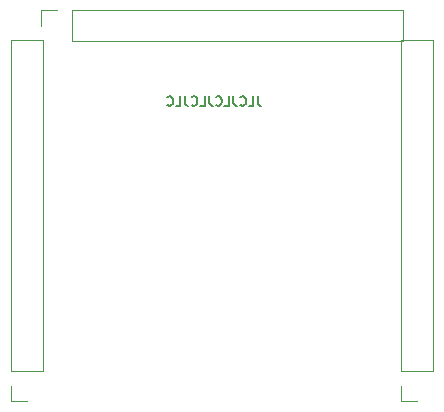
<source format=gbo>
%TF.GenerationSoftware,KiCad,Pcbnew,(6.0.0-0)*%
%TF.CreationDate,2022-04-20T00:31:45+02:00*%
%TF.ProjectId,STM32G4_PCB,53544d33-3247-4345-9f50-43422e6b6963,rev?*%
%TF.SameCoordinates,Original*%
%TF.FileFunction,Legend,Bot*%
%TF.FilePolarity,Positive*%
%FSLAX46Y46*%
G04 Gerber Fmt 4.6, Leading zero omitted, Abs format (unit mm)*
G04 Created by KiCad (PCBNEW (6.0.0-0)) date 2022-04-20 00:31:45*
%MOMM*%
%LPD*%
G01*
G04 APERTURE LIST*
%ADD10C,0.150000*%
%ADD11C,0.120000*%
%ADD12O,1.700000X1.700000*%
%ADD13R,1.700000X1.700000*%
%ADD14C,0.900000*%
G04 APERTURE END LIST*
D10*
X85578238Y-117739904D02*
X85578238Y-118311333D01*
X85616333Y-118425619D01*
X85692523Y-118501809D01*
X85806809Y-118539904D01*
X85883000Y-118539904D01*
X84816333Y-118539904D02*
X85197285Y-118539904D01*
X85197285Y-117739904D01*
X84092523Y-118463714D02*
X84130619Y-118501809D01*
X84244904Y-118539904D01*
X84321095Y-118539904D01*
X84435380Y-118501809D01*
X84511571Y-118425619D01*
X84549666Y-118349428D01*
X84587761Y-118197047D01*
X84587761Y-118082761D01*
X84549666Y-117930380D01*
X84511571Y-117854190D01*
X84435380Y-117778000D01*
X84321095Y-117739904D01*
X84244904Y-117739904D01*
X84130619Y-117778000D01*
X84092523Y-117816095D01*
X83521095Y-117739904D02*
X83521095Y-118311333D01*
X83559190Y-118425619D01*
X83635380Y-118501809D01*
X83749666Y-118539904D01*
X83825857Y-118539904D01*
X82759190Y-118539904D02*
X83140142Y-118539904D01*
X83140142Y-117739904D01*
X82035380Y-118463714D02*
X82073476Y-118501809D01*
X82187761Y-118539904D01*
X82263952Y-118539904D01*
X82378238Y-118501809D01*
X82454428Y-118425619D01*
X82492523Y-118349428D01*
X82530619Y-118197047D01*
X82530619Y-118082761D01*
X82492523Y-117930380D01*
X82454428Y-117854190D01*
X82378238Y-117778000D01*
X82263952Y-117739904D01*
X82187761Y-117739904D01*
X82073476Y-117778000D01*
X82035380Y-117816095D01*
X81463952Y-117739904D02*
X81463952Y-118311333D01*
X81502047Y-118425619D01*
X81578238Y-118501809D01*
X81692523Y-118539904D01*
X81768714Y-118539904D01*
X80702047Y-118539904D02*
X81083000Y-118539904D01*
X81083000Y-117739904D01*
X79978238Y-118463714D02*
X80016333Y-118501809D01*
X80130619Y-118539904D01*
X80206809Y-118539904D01*
X80321095Y-118501809D01*
X80397285Y-118425619D01*
X80435380Y-118349428D01*
X80473476Y-118197047D01*
X80473476Y-118082761D01*
X80435380Y-117930380D01*
X80397285Y-117854190D01*
X80321095Y-117778000D01*
X80206809Y-117739904D01*
X80130619Y-117739904D01*
X80016333Y-117778000D01*
X79978238Y-117816095D01*
X79406809Y-117739904D02*
X79406809Y-118311333D01*
X79444904Y-118425619D01*
X79521095Y-118501809D01*
X79635380Y-118539904D01*
X79711571Y-118539904D01*
X78644904Y-118539904D02*
X79025857Y-118539904D01*
X79025857Y-117739904D01*
X77921095Y-118463714D02*
X77959190Y-118501809D01*
X78073476Y-118539904D01*
X78149666Y-118539904D01*
X78263952Y-118501809D01*
X78340142Y-118425619D01*
X78378238Y-118349428D01*
X78416333Y-118197047D01*
X78416333Y-118082761D01*
X78378238Y-117930380D01*
X78340142Y-117854190D01*
X78263952Y-117778000D01*
X78149666Y-117739904D01*
X78073476Y-117739904D01*
X77959190Y-117778000D01*
X77921095Y-117816095D01*
D11*
X97730000Y-143570000D02*
X99060000Y-143570000D01*
X97730000Y-142240000D02*
X97730000Y-143570000D01*
X97730000Y-140970000D02*
X100390000Y-140970000D01*
X100390000Y-140970000D02*
X100390000Y-112970000D01*
X97730000Y-140970000D02*
X97730000Y-112970000D01*
X97730000Y-112970000D02*
X100390000Y-112970000D01*
X64710000Y-143570000D02*
X66040000Y-143570000D01*
X64710000Y-142240000D02*
X64710000Y-143570000D01*
X64710000Y-140970000D02*
X67370000Y-140970000D01*
X67370000Y-140970000D02*
X67370000Y-112970000D01*
X64710000Y-140970000D02*
X64710000Y-112970000D01*
X64710000Y-112970000D02*
X67370000Y-112970000D01*
X97850000Y-110430000D02*
X97850000Y-113090000D01*
X69850000Y-110430000D02*
X97850000Y-110430000D01*
X69850000Y-113090000D02*
X97850000Y-113090000D01*
X69850000Y-110430000D02*
X69850000Y-113090000D01*
X68580000Y-110430000D02*
X67250000Y-110430000D01*
X67250000Y-110430000D02*
X67250000Y-111760000D01*
%LPC*%
D12*
X99060000Y-114300000D03*
X99060000Y-116840000D03*
X99060000Y-119380000D03*
X99060000Y-121920000D03*
X99060000Y-124460000D03*
X99060000Y-127000000D03*
X99060000Y-129540000D03*
X99060000Y-132080000D03*
X99060000Y-134620000D03*
X99060000Y-137160000D03*
X99060000Y-139700000D03*
D13*
X99060000Y-142240000D03*
D12*
X66040000Y-114300000D03*
X66040000Y-116840000D03*
X66040000Y-119380000D03*
X66040000Y-121920000D03*
X66040000Y-124460000D03*
X66040000Y-127000000D03*
X66040000Y-129540000D03*
X66040000Y-132080000D03*
X66040000Y-134620000D03*
X66040000Y-137160000D03*
X66040000Y-139700000D03*
D13*
X66040000Y-142240000D03*
X68580000Y-111760000D03*
D12*
X71120000Y-111760000D03*
X73660000Y-111760000D03*
X76200000Y-111760000D03*
X78740000Y-111760000D03*
X81280000Y-111760000D03*
X83820000Y-111760000D03*
X86360000Y-111760000D03*
X88900000Y-111760000D03*
X91440000Y-111760000D03*
X93980000Y-111760000D03*
X96520000Y-111760000D03*
X85799000Y-139252000D03*
X88339000Y-139252000D03*
X85799000Y-136712000D03*
X88339000Y-136712000D03*
X85799000Y-134172000D03*
D13*
X88339000Y-134172000D03*
D14*
X91083000Y-144254000D03*
X94083000Y-144254000D03*
M02*

</source>
